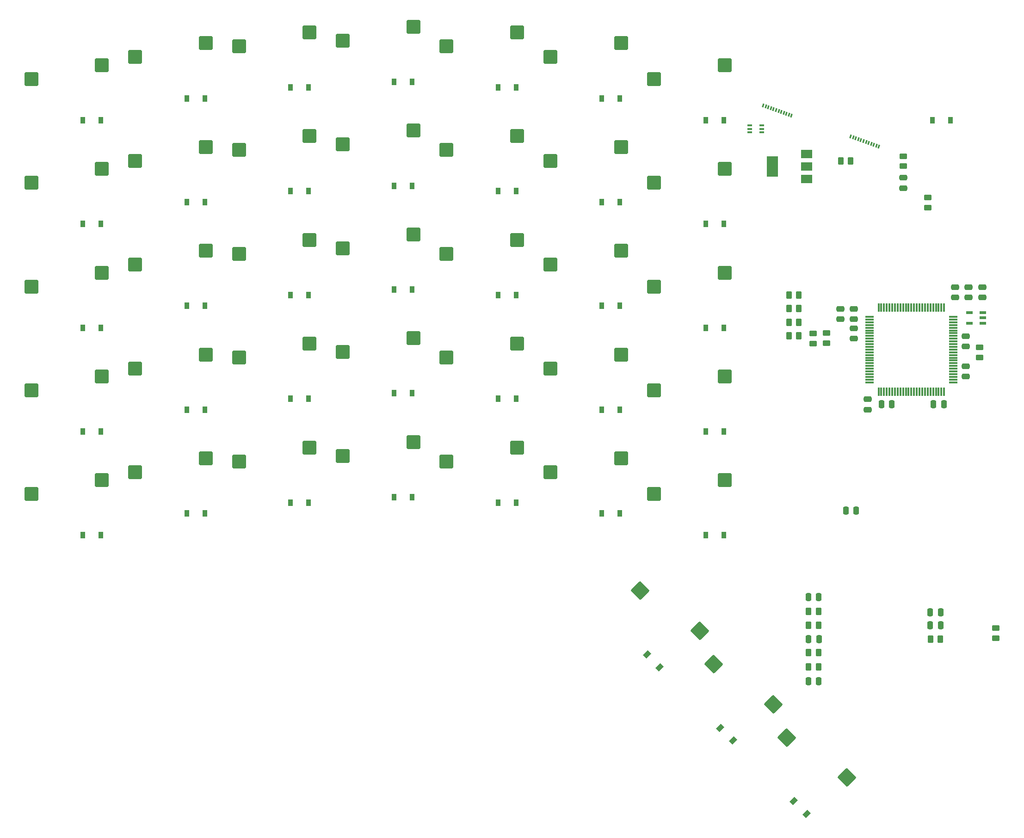
<source format=gbr>
%TF.GenerationSoftware,KiCad,Pcbnew,6.0.7-f9a2dced07~116~ubuntu20.04.1*%
%TF.CreationDate,2022-10-18T12:20:34-04:00*%
%TF.ProjectId,Splitboard-A,53706c69-7462-46f6-9172-642d412e6b69,rev?*%
%TF.SameCoordinates,Original*%
%TF.FileFunction,Paste,Bot*%
%TF.FilePolarity,Positive*%
%FSLAX46Y46*%
G04 Gerber Fmt 4.6, Leading zero omitted, Abs format (unit mm)*
G04 Created by KiCad (PCBNEW 6.0.7-f9a2dced07~116~ubuntu20.04.1) date 2022-10-18 12:20:34*
%MOMM*%
%LPD*%
G01*
G04 APERTURE LIST*
G04 Aperture macros list*
%AMRoundRect*
0 Rectangle with rounded corners*
0 $1 Rounding radius*
0 $2 $3 $4 $5 $6 $7 $8 $9 X,Y pos of 4 corners*
0 Add a 4 corners polygon primitive as box body*
4,1,4,$2,$3,$4,$5,$6,$7,$8,$9,$2,$3,0*
0 Add four circle primitives for the rounded corners*
1,1,$1+$1,$2,$3*
1,1,$1+$1,$4,$5*
1,1,$1+$1,$6,$7*
1,1,$1+$1,$8,$9*
0 Add four rect primitives between the rounded corners*
20,1,$1+$1,$2,$3,$4,$5,0*
20,1,$1+$1,$4,$5,$6,$7,0*
20,1,$1+$1,$6,$7,$8,$9,0*
20,1,$1+$1,$8,$9,$2,$3,0*%
%AMRotRect*
0 Rectangle, with rotation*
0 The origin of the aperture is its center*
0 $1 length*
0 $2 width*
0 $3 Rotation angle, in degrees counterclockwise*
0 Add horizontal line*
21,1,$1,$2,0,0,$3*%
G04 Aperture macros list end*
%ADD10RotRect,0.300000X0.700000X340.000000*%
%ADD11RoundRect,0.250000X-1.025000X-1.000000X1.025000X-1.000000X1.025000X1.000000X-1.025000X1.000000X0*%
%ADD12RoundRect,0.250000X-1.431891X0.017678X0.017678X-1.431891X1.431891X-0.017678X-0.017678X1.431891X0*%
%ADD13RoundRect,0.250000X-0.250000X-0.475000X0.250000X-0.475000X0.250000X0.475000X-0.250000X0.475000X0*%
%ADD14RoundRect,0.250000X-0.262500X-0.450000X0.262500X-0.450000X0.262500X0.450000X-0.262500X0.450000X0*%
%ADD15RoundRect,0.250000X0.262500X0.450000X-0.262500X0.450000X-0.262500X-0.450000X0.262500X-0.450000X0*%
%ADD16RoundRect,0.250000X-0.475000X0.250000X-0.475000X-0.250000X0.475000X-0.250000X0.475000X0.250000X0*%
%ADD17R,0.900000X1.200000*%
%ADD18RoundRect,0.250000X-0.450000X0.262500X-0.450000X-0.262500X0.450000X-0.262500X0.450000X0.262500X0*%
%ADD19RoundRect,0.250000X0.475000X-0.250000X0.475000X0.250000X-0.475000X0.250000X-0.475000X-0.250000X0*%
%ADD20RoundRect,0.250000X0.450000X-0.262500X0.450000X0.262500X-0.450000X0.262500X-0.450000X-0.262500X0*%
%ADD21RotRect,0.900000X1.200000X315.000000*%
%ADD22R,2.000000X1.500000*%
%ADD23R,2.000000X3.800000*%
%ADD24R,1.300000X0.550000*%
%ADD25RoundRect,0.250000X0.250000X0.475000X-0.250000X0.475000X-0.250000X-0.475000X0.250000X-0.475000X0*%
%ADD26R,0.876300X0.355600*%
%ADD27RoundRect,0.075000X0.725000X0.075000X-0.725000X0.075000X-0.725000X-0.075000X0.725000X-0.075000X0*%
%ADD28RoundRect,0.075000X0.075000X0.725000X-0.075000X0.725000X-0.075000X-0.725000X0.075000X-0.725000X0*%
G04 APERTURE END LIST*
D10*
%TO.C,J1*%
X231898904Y-42276702D03*
X232368750Y-42447712D03*
X232838597Y-42618722D03*
X233308443Y-42789732D03*
X233778289Y-42960742D03*
X234248136Y-43131752D03*
X234717982Y-43302762D03*
X235187828Y-43473772D03*
X235657675Y-43644782D03*
X236127521Y-43815792D03*
X236597367Y-43986802D03*
X237067214Y-44157812D03*
%TD*%
D11*
%TO.C,K28*%
X224842000Y-91920000D03*
X211915000Y-94460000D03*
%TD*%
%TO.C,K11*%
X167842000Y-46920000D03*
X154915000Y-49460000D03*
%TD*%
%TO.C,K33*%
X186842000Y-104920000D03*
X173915000Y-107460000D03*
%TD*%
%TO.C,K20*%
X205842000Y-68920000D03*
X192915000Y-71460000D03*
%TD*%
%TO.C,K13*%
X205842000Y-49920000D03*
X192915000Y-52460000D03*
%TD*%
%TO.C,K7*%
X211915000Y-37460000D03*
X224842000Y-34920000D03*
%TD*%
%TO.C,K17*%
X148842000Y-66920000D03*
X135915000Y-69460000D03*
%TD*%
%TO.C,K16*%
X129842000Y-68920000D03*
X116915000Y-71460000D03*
%TD*%
D12*
%TO.C,K37*%
X222786200Y-144589362D03*
X233723020Y-151934080D03*
%TD*%
D11*
%TO.C,K2*%
X116915000Y-33460000D03*
X129842000Y-30920000D03*
%TD*%
D12*
%TO.C,K38*%
X247158049Y-165369109D03*
X236221229Y-158024391D03*
%TD*%
D11*
%TO.C,K5*%
X186842000Y-28920000D03*
X173915000Y-31460000D03*
%TD*%
%TO.C,K9*%
X129842000Y-49920000D03*
X116915000Y-52460000D03*
%TD*%
%TO.C,K32*%
X154915000Y-106460000D03*
X167842000Y-103920000D03*
%TD*%
%TO.C,K1*%
X97915000Y-37460000D03*
X110842000Y-34920000D03*
%TD*%
%TO.C,K26*%
X186842000Y-85920000D03*
X173915000Y-88460000D03*
%TD*%
%TO.C,K4*%
X167842000Y-27920000D03*
X154915000Y-30460000D03*
%TD*%
%TO.C,K34*%
X192915000Y-109460000D03*
X205842000Y-106920000D03*
%TD*%
%TO.C,K30*%
X116915000Y-109460000D03*
X129842000Y-106920000D03*
%TD*%
%TO.C,K14*%
X224842000Y-53920000D03*
X211915000Y-56460000D03*
%TD*%
%TO.C,K12*%
X173915000Y-50460000D03*
X186842000Y-47920000D03*
%TD*%
%TO.C,K22*%
X110842000Y-91920000D03*
X97915000Y-94460000D03*
%TD*%
%TO.C,K6*%
X192915000Y-33460000D03*
X205842000Y-30920000D03*
%TD*%
%TO.C,K8*%
X97915000Y-56460000D03*
X110842000Y-53920000D03*
%TD*%
%TO.C,K18*%
X154915000Y-68460000D03*
X167842000Y-65920000D03*
%TD*%
%TO.C,K15*%
X110842000Y-72920000D03*
X97915000Y-75460000D03*
%TD*%
%TO.C,K21*%
X224842000Y-72920000D03*
X211915000Y-75460000D03*
%TD*%
%TO.C,K19*%
X173915000Y-69460000D03*
X186842000Y-66920000D03*
%TD*%
%TO.C,K25*%
X167842000Y-84920000D03*
X154915000Y-87460000D03*
%TD*%
%TO.C,K10*%
X135915000Y-50460000D03*
X148842000Y-47920000D03*
%TD*%
%TO.C,K31*%
X135915000Y-107460000D03*
X148842000Y-104920000D03*
%TD*%
%TO.C,K23*%
X116915000Y-90460000D03*
X129842000Y-87920000D03*
%TD*%
%TO.C,K29*%
X110842000Y-110920000D03*
X97915000Y-113460000D03*
%TD*%
%TO.C,K24*%
X148842000Y-85920000D03*
X135915000Y-88460000D03*
%TD*%
D12*
%TO.C,K36*%
X209351171Y-131154333D03*
X220287991Y-138499051D03*
%TD*%
D11*
%TO.C,K35*%
X211915000Y-113460000D03*
X224842000Y-110920000D03*
%TD*%
%TO.C,K27*%
X205842000Y-87920000D03*
X192915000Y-90460000D03*
%TD*%
%TO.C,K3*%
X148842000Y-28920000D03*
X135915000Y-31460000D03*
%TD*%
D13*
%TO.C,C5*%
X264350000Y-137500000D03*
X262450000Y-137500000D03*
%TD*%
D14*
%TO.C,R7*%
X236587500Y-82000000D03*
X238412500Y-82000000D03*
%TD*%
D15*
%TO.C,R14*%
X240187500Y-145100000D03*
X242012500Y-145100000D03*
%TD*%
D16*
%TO.C,C10*%
X248500000Y-79550000D03*
X248500000Y-81450000D03*
%TD*%
D13*
%TO.C,C8*%
X263050000Y-97000000D03*
X264950000Y-97000000D03*
%TD*%
%TO.C,C1*%
X253550000Y-97000000D03*
X255450000Y-97000000D03*
%TD*%
D17*
%TO.C,D22*%
X110650000Y-102000000D03*
X107350000Y-102000000D03*
%TD*%
D18*
%TO.C,R2*%
X257500000Y-51587500D03*
X257500000Y-53412500D03*
%TD*%
D16*
%TO.C,C9*%
X246000000Y-79550000D03*
X246000000Y-81450000D03*
%TD*%
D17*
%TO.C,D19*%
X186650000Y-77000000D03*
X183350000Y-77000000D03*
%TD*%
D19*
%TO.C,C12*%
X269500000Y-77450000D03*
X269500000Y-75550000D03*
%TD*%
%TO.C,C3*%
X257500000Y-57450000D03*
X257500000Y-55550000D03*
%TD*%
D17*
%TO.C,D9*%
X129650000Y-60000000D03*
X126350000Y-60000000D03*
%TD*%
%TO.C,D13*%
X205650000Y-60000000D03*
X202350000Y-60000000D03*
%TD*%
%TO.C,D10*%
X148650000Y-58000000D03*
X145350000Y-58000000D03*
%TD*%
%TO.C,D12*%
X186650000Y-58000000D03*
X183350000Y-58000000D03*
%TD*%
%TO.C,D16*%
X129650000Y-79000000D03*
X126350000Y-79000000D03*
%TD*%
%TO.C,D15*%
X110650000Y-83000000D03*
X107350000Y-83000000D03*
%TD*%
D20*
%TO.C,R4*%
X243500000Y-85825000D03*
X243500000Y-84000000D03*
%TD*%
D14*
%TO.C,R11*%
X242012500Y-137487500D03*
X240187500Y-137487500D03*
%TD*%
D21*
%TO.C,D37*%
X224025688Y-156248710D03*
X226359140Y-158582162D03*
%TD*%
D17*
%TO.C,D11*%
X167650000Y-57000000D03*
X164350000Y-57000000D03*
%TD*%
D18*
%TO.C,R15*%
X271500000Y-86587500D03*
X271500000Y-88412500D03*
%TD*%
D17*
%TO.C,D2*%
X129650000Y-41000000D03*
X126350000Y-41000000D03*
%TD*%
D19*
%TO.C,C13*%
X272000000Y-77450000D03*
X272000000Y-75550000D03*
%TD*%
D13*
%TO.C,C6*%
X264350000Y-135100000D03*
X262450000Y-135100000D03*
%TD*%
D14*
%TO.C,R9*%
X236587500Y-77000000D03*
X238412500Y-77000000D03*
%TD*%
D17*
%TO.C,D14*%
X224650000Y-64000000D03*
X221350000Y-64000000D03*
%TD*%
D13*
%TO.C,C4*%
X242100000Y-139987500D03*
X240200000Y-139987500D03*
%TD*%
D22*
%TO.C,U4*%
X239850000Y-55800000D03*
D23*
X233550000Y-53500000D03*
D22*
X239850000Y-53500000D03*
X239850000Y-51200000D03*
%TD*%
D17*
%TO.C,D17*%
X148650000Y-77000000D03*
X145350000Y-77000000D03*
%TD*%
D13*
%TO.C,C16*%
X242050000Y-132300000D03*
X240150000Y-132300000D03*
%TD*%
D17*
%TO.C,D23*%
X129650000Y-98000000D03*
X126350000Y-98000000D03*
%TD*%
%TO.C,D3*%
X148650000Y-39000000D03*
X145350000Y-39000000D03*
%TD*%
%TO.C,D34*%
X205650000Y-117000000D03*
X202350000Y-117000000D03*
%TD*%
D16*
%TO.C,C7*%
X251000000Y-96100000D03*
X251000000Y-98000000D03*
%TD*%
D24*
%TO.C,U1*%
X272123500Y-80248499D03*
X272123500Y-81198500D03*
X272123500Y-82148501D03*
X269623500Y-82148501D03*
X269623500Y-80248499D03*
%TD*%
D20*
%TO.C,FB1*%
X262000000Y-61000000D03*
X262000000Y-59175000D03*
%TD*%
D19*
%TO.C,C14*%
X269000000Y-86450000D03*
X269000000Y-84550000D03*
%TD*%
D16*
%TO.C,C15*%
X269000000Y-90050000D03*
X269000000Y-91950000D03*
%TD*%
D17*
%TO.C,D30*%
X129650000Y-117000000D03*
X126350000Y-117000000D03*
%TD*%
%TO.C,D25*%
X167650000Y-95000000D03*
X164350000Y-95000000D03*
%TD*%
D25*
%TO.C,C17*%
X240150000Y-147700000D03*
X242050000Y-147700000D03*
%TD*%
D21*
%TO.C,D36*%
X210590654Y-142813684D03*
X212924106Y-145147136D03*
%TD*%
D17*
%TO.C,D35*%
X224650000Y-121000000D03*
X221350000Y-121000000D03*
%TD*%
%TO.C,D31*%
X148650000Y-115000000D03*
X145350000Y-115000000D03*
%TD*%
%TO.C,D21*%
X224650000Y-83000000D03*
X221350000Y-83000000D03*
%TD*%
D25*
%TO.C,C18*%
X248900000Y-116500000D03*
X247000000Y-116500000D03*
%TD*%
D26*
%TO.C,U5*%
X229388750Y-47249999D03*
X229388750Y-46600000D03*
X229388750Y-45950001D03*
X231611250Y-45950001D03*
X231611250Y-46600000D03*
X231611250Y-47249999D03*
%TD*%
D27*
%TO.C,U3*%
X266675000Y-81000000D03*
X266675000Y-81500000D03*
X266675000Y-82000000D03*
X266675000Y-82500000D03*
X266675000Y-83000000D03*
X266675000Y-83500000D03*
X266675000Y-84000000D03*
X266675000Y-84500000D03*
X266675000Y-85000000D03*
X266675000Y-85500000D03*
X266675000Y-86000000D03*
X266675000Y-86500000D03*
X266675000Y-87000000D03*
X266675000Y-87500000D03*
X266675000Y-88000000D03*
X266675000Y-88500000D03*
X266675000Y-89000000D03*
X266675000Y-89500000D03*
X266675000Y-90000000D03*
X266675000Y-90500000D03*
X266675000Y-91000000D03*
X266675000Y-91500000D03*
X266675000Y-92000000D03*
X266675000Y-92500000D03*
X266675000Y-93000000D03*
D28*
X265000000Y-94675000D03*
X264500000Y-94675000D03*
X264000000Y-94675000D03*
X263500000Y-94675000D03*
X263000000Y-94675000D03*
X262500000Y-94675000D03*
X262000000Y-94675000D03*
X261500000Y-94675000D03*
X261000000Y-94675000D03*
X260500000Y-94675000D03*
X260000000Y-94675000D03*
X259500000Y-94675000D03*
X259000000Y-94675000D03*
X258500000Y-94675000D03*
X258000000Y-94675000D03*
X257500000Y-94675000D03*
X257000000Y-94675000D03*
X256500000Y-94675000D03*
X256000000Y-94675000D03*
X255500000Y-94675000D03*
X255000000Y-94675000D03*
X254500000Y-94675000D03*
X254000000Y-94675000D03*
X253500000Y-94675000D03*
X253000000Y-94675000D03*
D27*
X251325000Y-93000000D03*
X251325000Y-92500000D03*
X251325000Y-92000000D03*
X251325000Y-91500000D03*
X251325000Y-91000000D03*
X251325000Y-90500000D03*
X251325000Y-90000000D03*
X251325000Y-89500000D03*
X251325000Y-89000000D03*
X251325000Y-88500000D03*
X251325000Y-88000000D03*
X251325000Y-87500000D03*
X251325000Y-87000000D03*
X251325000Y-86500000D03*
X251325000Y-86000000D03*
X251325000Y-85500000D03*
X251325000Y-85000000D03*
X251325000Y-84500000D03*
X251325000Y-84000000D03*
X251325000Y-83500000D03*
X251325000Y-83000000D03*
X251325000Y-82500000D03*
X251325000Y-82000000D03*
X251325000Y-81500000D03*
X251325000Y-81000000D03*
D28*
X253000000Y-79325000D03*
X253500000Y-79325000D03*
X254000000Y-79325000D03*
X254500000Y-79325000D03*
X255000000Y-79325000D03*
X255500000Y-79325000D03*
X256000000Y-79325000D03*
X256500000Y-79325000D03*
X257000000Y-79325000D03*
X257500000Y-79325000D03*
X258000000Y-79325000D03*
X258500000Y-79325000D03*
X259000000Y-79325000D03*
X259500000Y-79325000D03*
X260000000Y-79325000D03*
X260500000Y-79325000D03*
X261000000Y-79325000D03*
X261500000Y-79325000D03*
X262000000Y-79325000D03*
X262500000Y-79325000D03*
X263000000Y-79325000D03*
X263500000Y-79325000D03*
X264000000Y-79325000D03*
X264500000Y-79325000D03*
X265000000Y-79325000D03*
%TD*%
D21*
%TO.C,D38*%
X237460717Y-169683738D03*
X239794169Y-172017190D03*
%TD*%
D15*
%TO.C,R1*%
X247912500Y-52500000D03*
X246087500Y-52500000D03*
%TD*%
D17*
%TO.C,D5*%
X186650000Y-39000000D03*
X183350000Y-39000000D03*
%TD*%
D14*
%TO.C,R13*%
X242012500Y-142487500D03*
X240187500Y-142487500D03*
%TD*%
D17*
%TO.C,D18*%
X167650000Y-76000000D03*
X164350000Y-76000000D03*
%TD*%
D14*
%TO.C,R8*%
X236587500Y-79500000D03*
X238412500Y-79500000D03*
%TD*%
D17*
%TO.C,D28*%
X224650000Y-102000000D03*
X221350000Y-102000000D03*
%TD*%
%TO.C,D32*%
X167650000Y-114000000D03*
X164350000Y-114000000D03*
%TD*%
D19*
%TO.C,C11*%
X267000000Y-77450000D03*
X267000000Y-75550000D03*
%TD*%
D14*
%TO.C,R10*%
X264312500Y-140000000D03*
X262487500Y-140000000D03*
%TD*%
D17*
%TO.C,D27*%
X205650000Y-98000000D03*
X202350000Y-98000000D03*
%TD*%
%TO.C,D29*%
X110650000Y-121000000D03*
X107350000Y-121000000D03*
%TD*%
%TO.C,D7*%
X224650000Y-45000000D03*
X221350000Y-45000000D03*
%TD*%
%TO.C,D6*%
X205650000Y-41000000D03*
X202350000Y-41000000D03*
%TD*%
D14*
%TO.C,R6*%
X236587500Y-84500000D03*
X238412500Y-84500000D03*
%TD*%
%TO.C,R12*%
X242012500Y-134900000D03*
X240187500Y-134900000D03*
%TD*%
D17*
%TO.C,D1*%
X110650000Y-45000000D03*
X107350000Y-45000000D03*
%TD*%
D10*
%TO.C,J2*%
X247898904Y-47976702D03*
X248368750Y-48147712D03*
X248838597Y-48318722D03*
X249308443Y-48489732D03*
X249778289Y-48660742D03*
X250248136Y-48831752D03*
X250717982Y-49002762D03*
X251187828Y-49173772D03*
X251657675Y-49344782D03*
X252127521Y-49515792D03*
X252597367Y-49686802D03*
X253067214Y-49857812D03*
%TD*%
D17*
%TO.C,D8*%
X110650000Y-64000000D03*
X107350000Y-64000000D03*
%TD*%
%TO.C,D20*%
X205650000Y-79000000D03*
X202350000Y-79000000D03*
%TD*%
%TO.C,D26*%
X186650000Y-96000000D03*
X183350000Y-96000000D03*
%TD*%
D19*
%TO.C,C2*%
X248500000Y-85000000D03*
X248500000Y-83100000D03*
%TD*%
D18*
%TO.C,R3*%
X274500000Y-139812500D03*
X274500000Y-137987500D03*
%TD*%
D17*
%TO.C,D4*%
X167650000Y-38000000D03*
X164350000Y-38000000D03*
%TD*%
%TO.C,D24*%
X148650000Y-96000000D03*
X145350000Y-96000000D03*
%TD*%
%TO.C,D39*%
X266150000Y-45000000D03*
X262850000Y-45000000D03*
%TD*%
D20*
%TO.C,R5*%
X241000000Y-85912500D03*
X241000000Y-84087500D03*
%TD*%
D17*
%TO.C,D33*%
X186650000Y-115000000D03*
X183350000Y-115000000D03*
%TD*%
M02*

</source>
